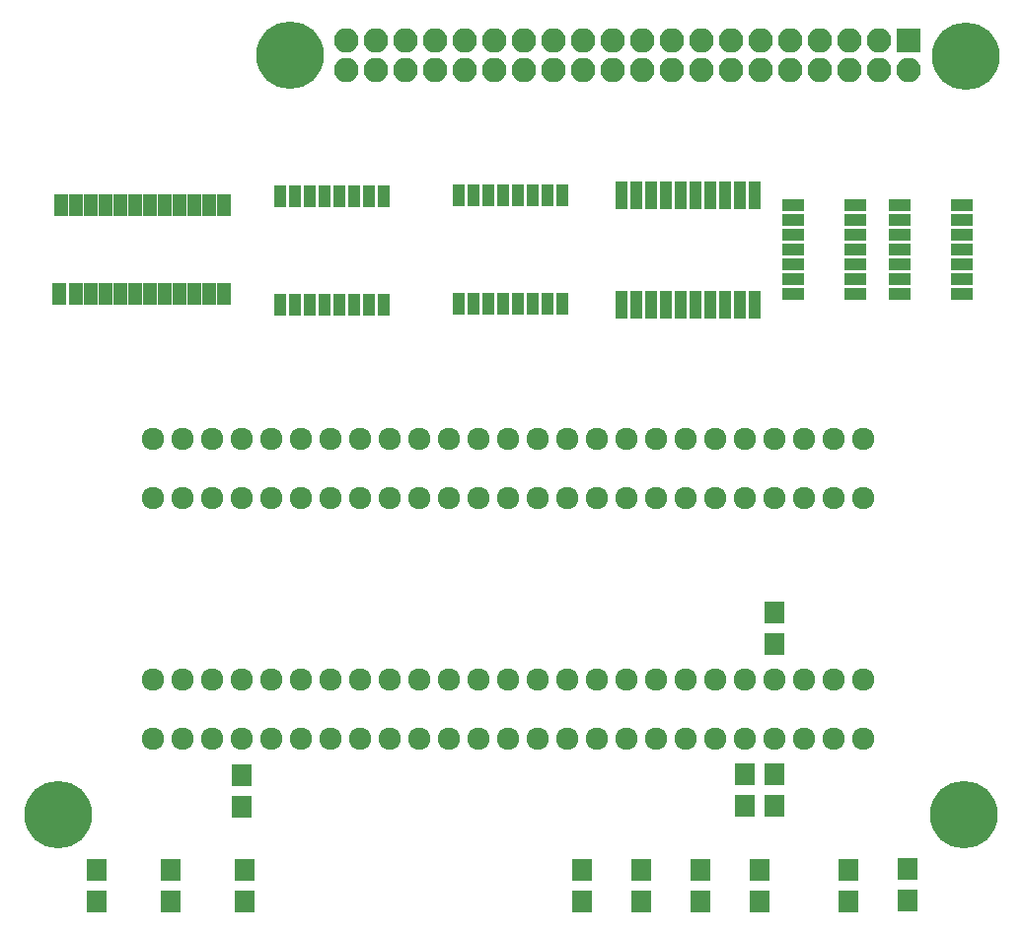
<source format=gbr>
G04 #@! TF.FileFunction,Soldermask,Bot*
%FSLAX46Y46*%
G04 Gerber Fmt 4.6, Leading zero omitted, Abs format (unit mm)*
G04 Created by KiCad (PCBNEW 4.0.7) date 05/09/18 01:25:06*
%MOMM*%
%LPD*%
G01*
G04 APERTURE LIST*
%ADD10C,0.100000*%
%ADD11C,5.800000*%
%ADD12C,1.924000*%
%ADD13R,1.700000X1.900000*%
%ADD14R,2.100000X2.100000*%
%ADD15O,2.100000X2.100000*%
%ADD16R,1.162000X1.924000*%
%ADD17R,1.900000X1.000000*%
%ADD18R,1.000000X1.900000*%
%ADD19R,1.000000X2.350000*%
G04 APERTURE END LIST*
D10*
D11*
X210312000Y-122174000D03*
X132588000Y-122174000D03*
X152459000Y-56992500D03*
D12*
X201676000Y-110561000D03*
X201676000Y-115641000D03*
X199136000Y-110561000D03*
X199136000Y-115641000D03*
X196596000Y-110561000D03*
X196596000Y-115641000D03*
X194056000Y-110561000D03*
X194056000Y-115641000D03*
X191516000Y-110561000D03*
X191516000Y-115641000D03*
X188976000Y-110561000D03*
X188976000Y-115641000D03*
X186436000Y-110561000D03*
X186436000Y-115641000D03*
X183896000Y-110561000D03*
X183896000Y-115641000D03*
X181356000Y-110561000D03*
X181356000Y-115641000D03*
X178816000Y-110561000D03*
X178816000Y-115641000D03*
X176276000Y-110561000D03*
X176276000Y-115641000D03*
X173736000Y-110561000D03*
X173736000Y-115641000D03*
X171196000Y-110561000D03*
X171196000Y-115641000D03*
X168656000Y-110561000D03*
X168656000Y-115641000D03*
X166116000Y-110561000D03*
X166116000Y-115641000D03*
X163576000Y-110561000D03*
X163576000Y-115641000D03*
X161036000Y-110561000D03*
X161036000Y-115641000D03*
X158496000Y-110561000D03*
X158496000Y-115641000D03*
X155956000Y-110561000D03*
X155956000Y-115641000D03*
X153416000Y-110561000D03*
X153416000Y-115641000D03*
X150876000Y-110561000D03*
X150876000Y-115641000D03*
X148336000Y-110561000D03*
X148336000Y-115641000D03*
X145796000Y-110561000D03*
X145796000Y-115641000D03*
X143256000Y-110561000D03*
X143256000Y-115641000D03*
X140716000Y-110561000D03*
X140716000Y-115641000D03*
X201676000Y-89916000D03*
X201676000Y-94996000D03*
X199136000Y-89916000D03*
X199136000Y-94996000D03*
X196596000Y-89916000D03*
X196596000Y-94996000D03*
X194056000Y-89916000D03*
X194056000Y-94996000D03*
X191516000Y-89916000D03*
X191516000Y-94996000D03*
X188976000Y-89916000D03*
X188976000Y-94996000D03*
X186436000Y-89916000D03*
X186436000Y-94996000D03*
X183896000Y-89916000D03*
X183896000Y-94996000D03*
X181356000Y-89916000D03*
X181356000Y-94996000D03*
X178816000Y-89916000D03*
X178816000Y-94996000D03*
X176276000Y-89916000D03*
X176276000Y-94996000D03*
X173736000Y-89916000D03*
X173736000Y-94996000D03*
X171196000Y-89916000D03*
X171196000Y-94996000D03*
X168656000Y-89916000D03*
X168656000Y-94996000D03*
X166116000Y-89916000D03*
X166116000Y-94996000D03*
X163576000Y-89916000D03*
X163576000Y-94996000D03*
X161036000Y-89916000D03*
X161036000Y-94996000D03*
X158496000Y-89916000D03*
X158496000Y-94996000D03*
X155956000Y-89916000D03*
X155956000Y-94996000D03*
X153416000Y-89916000D03*
X153416000Y-94996000D03*
X150876000Y-89916000D03*
X150876000Y-94996000D03*
X148336000Y-89916000D03*
X148336000Y-94996000D03*
X145796000Y-89916000D03*
X145796000Y-94996000D03*
X143256000Y-89916000D03*
X143256000Y-94996000D03*
X140716000Y-89916000D03*
X140716000Y-94996000D03*
D13*
X205486000Y-129540000D03*
X205486000Y-126840000D03*
X200406000Y-129620000D03*
X200406000Y-126920000D03*
X192786000Y-129620000D03*
X192786000Y-126920000D03*
X187706000Y-129620000D03*
X187706000Y-126920000D03*
X182626000Y-129620000D03*
X182626000Y-126920000D03*
X177546000Y-129620000D03*
X177546000Y-126920000D03*
X148590000Y-129620000D03*
X148590000Y-126920000D03*
X142240000Y-129620000D03*
X142240000Y-126920000D03*
X135890000Y-129620000D03*
X135890000Y-126920000D03*
D11*
X210483000Y-57023000D03*
D14*
X205572000Y-55727600D03*
D15*
X205572000Y-58267600D03*
X203032000Y-55727600D03*
X203032000Y-58267600D03*
X200492000Y-55727600D03*
X200492000Y-58267600D03*
X197952000Y-55727600D03*
X197952000Y-58267600D03*
X195412000Y-55727600D03*
X195412000Y-58267600D03*
X192872000Y-55727600D03*
X192872000Y-58267600D03*
X190332000Y-55727600D03*
X190332000Y-58267600D03*
X187792000Y-55727600D03*
X187792000Y-58267600D03*
X185252000Y-55727600D03*
X185252000Y-58267600D03*
X182712000Y-55727600D03*
X182712000Y-58267600D03*
X180172000Y-55727600D03*
X180172000Y-58267600D03*
X177632000Y-55727600D03*
X177632000Y-58267600D03*
X175092000Y-55727600D03*
X175092000Y-58267600D03*
X172552000Y-55727600D03*
X172552000Y-58267600D03*
X170012000Y-55727600D03*
X170012000Y-58267600D03*
X167472000Y-55727600D03*
X167472000Y-58267600D03*
X164932000Y-55727600D03*
X164932000Y-58267600D03*
X162392000Y-55727600D03*
X162392000Y-58267600D03*
X159852000Y-55727600D03*
X159852000Y-58267600D03*
X157312000Y-55727600D03*
X157312000Y-58267600D03*
D13*
X148336000Y-118792000D03*
X148336000Y-121492000D03*
X194056000Y-118665000D03*
X194056000Y-121365000D03*
X194056000Y-104822000D03*
X194056000Y-107522000D03*
X191516000Y-118665000D03*
X191516000Y-121365000D03*
D16*
X146812000Y-77470000D03*
X145542000Y-77470000D03*
X144272000Y-77470000D03*
X143002000Y-77470000D03*
X141732000Y-77470000D03*
X140462000Y-77470000D03*
X139192000Y-77470000D03*
X137922000Y-77470000D03*
X136652000Y-77470000D03*
X135382000Y-77470000D03*
X134112000Y-77470000D03*
X132715000Y-77470000D03*
X146812000Y-69850000D03*
X145542000Y-69850000D03*
X144272000Y-69850000D03*
X143002000Y-69850000D03*
X141732000Y-69850000D03*
X140462000Y-69850000D03*
X139192000Y-69850000D03*
X137922000Y-69850000D03*
X136652000Y-69850000D03*
X135382000Y-69850000D03*
X134112000Y-69850000D03*
X132842000Y-69850000D03*
D17*
X210185000Y-69850000D03*
X210185000Y-71120000D03*
X210185000Y-72390000D03*
X210185000Y-73660000D03*
X210185000Y-74930000D03*
X210185000Y-76200000D03*
X210185000Y-77470000D03*
X204785000Y-77470000D03*
X204785000Y-76200000D03*
X204785000Y-74930000D03*
X204785000Y-73660000D03*
X204785000Y-72390000D03*
X204785000Y-71120000D03*
X204785000Y-69850000D03*
X201041000Y-69850000D03*
X201041000Y-71120000D03*
X201041000Y-72390000D03*
X201041000Y-73660000D03*
X201041000Y-74930000D03*
X201041000Y-76200000D03*
X201041000Y-77470000D03*
X195641000Y-77470000D03*
X195641000Y-76200000D03*
X195641000Y-74930000D03*
X195641000Y-73660000D03*
X195641000Y-72390000D03*
X195641000Y-71120000D03*
X195641000Y-69850000D03*
D18*
X175895000Y-78310000D03*
X174625000Y-78310000D03*
X173355000Y-78310000D03*
X172085000Y-78310000D03*
X170815000Y-78310000D03*
X169545000Y-78310000D03*
X168275000Y-78310000D03*
X167005000Y-78310000D03*
X167005000Y-69010000D03*
X168275000Y-69010000D03*
X169545000Y-69010000D03*
X170815000Y-69010000D03*
X172085000Y-69010000D03*
X173355000Y-69010000D03*
X174625000Y-69010000D03*
X175895000Y-69010000D03*
X160528000Y-78359000D03*
X159258000Y-78359000D03*
X157988000Y-78359000D03*
X156718000Y-78359000D03*
X155448000Y-78359000D03*
X154178000Y-78359000D03*
X152908000Y-78359000D03*
X151638000Y-78359000D03*
X151638000Y-69059000D03*
X152908000Y-69059000D03*
X154178000Y-69059000D03*
X155448000Y-69059000D03*
X156718000Y-69059000D03*
X157988000Y-69059000D03*
X159258000Y-69059000D03*
X160528000Y-69059000D03*
D19*
X192405000Y-78360000D03*
X191135000Y-78360000D03*
X189865000Y-78360000D03*
X188595000Y-78360000D03*
X187325000Y-78360000D03*
X186055000Y-78360000D03*
X184785000Y-78360000D03*
X183515000Y-78360000D03*
X182245000Y-78360000D03*
X180975000Y-78360000D03*
X180975000Y-68960000D03*
X182245000Y-68960000D03*
X183515000Y-68960000D03*
X184785000Y-68960000D03*
X186055000Y-68960000D03*
X187325000Y-68960000D03*
X188595000Y-68960000D03*
X189865000Y-68960000D03*
X191135000Y-68960000D03*
X192405000Y-68960000D03*
M02*

</source>
